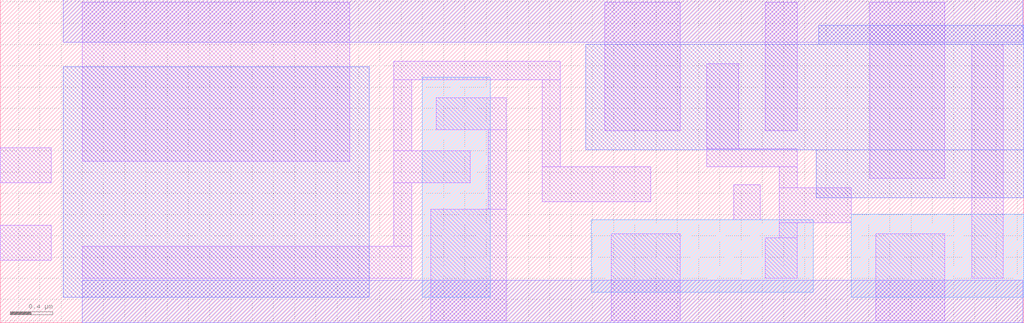
<source format=lef>
VERSION 5.7 ;
  NOWIREEXTENSIONATPIN ON ;
  DIVIDERCHAR "/" ;
  BUSBITCHARS "[]" ;
MACRO NOR3B
  CLASS BLOCK ;
  FOREIGN NOR3B ;
  ORIGIN 0.770 0.420 ;
  SIZE 9.630 BY 3.040 ;
  OBS
      LAYER nwell ;
        RECT 6.930 2.200 8.860 2.380 ;
        RECT -0.180 -0.180 2.700 1.990 ;
      LAYER pwell ;
        RECT 3.200 -0.180 3.840 1.890 ;
      LAYER nwell ;
        RECT 4.740 1.210 8.860 2.200 ;
        RECT 6.910 0.760 8.860 1.210 ;
      LAYER pwell ;
        RECT 4.790 -0.130 6.880 0.550 ;
        RECT 7.240 -0.180 8.860 0.600 ;
      LAYER li1 ;
        RECT -0.770 0.900 -0.290 1.230 ;
        RECT 0.000 1.100 2.520 2.600 ;
        RECT 2.930 1.870 4.500 2.040 ;
        RECT 2.930 1.200 3.100 1.870 ;
        RECT 3.330 1.400 3.990 1.700 ;
        RECT 2.930 0.900 3.650 1.200 ;
        RECT -0.770 0.170 -0.290 0.500 ;
        RECT 2.930 0.300 3.100 0.900 ;
        RECT 3.820 0.650 3.990 1.400 ;
        RECT 4.330 1.050 4.500 1.870 ;
        RECT 4.920 1.390 5.630 2.600 ;
        RECT 5.880 1.220 6.180 2.020 ;
        RECT 6.430 1.390 6.730 2.600 ;
        RECT 5.880 1.050 6.730 1.220 ;
        RECT 4.330 0.720 5.350 1.050 ;
        RECT 0.000 0.000 3.100 0.300 ;
        RECT 3.280 -0.400 3.990 0.650 ;
        RECT 6.130 0.550 6.380 0.880 ;
        RECT 6.560 0.850 6.730 1.050 ;
        RECT 7.410 0.940 8.120 2.600 ;
        RECT 6.560 0.520 7.240 0.850 ;
        RECT 4.980 -0.400 5.630 0.420 ;
        RECT 6.560 0.380 6.730 0.520 ;
        RECT 6.430 0.000 6.730 0.380 ;
        RECT 7.470 -0.400 8.120 0.420 ;
        RECT 8.370 0.000 8.670 2.200 ;
      LAYER met1 ;
        RECT -0.180 2.220 8.850 2.620 ;
        RECT 0.000 -0.420 8.850 -0.020 ;
  END
END NOR3B
END LIBRARY


</source>
